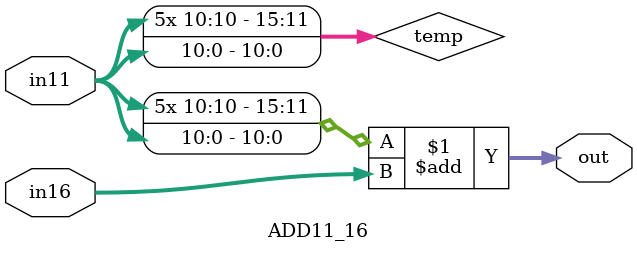
<source format=v>
module ADD11_16(in11,in16,out);
input[10:0]in11;
input[15:0]in16;
output[15:0]out;

wire[15:0]temp;
assign temp={{(5){in11[10]}},in11};
assign out=temp+in16;
endmodule

</source>
